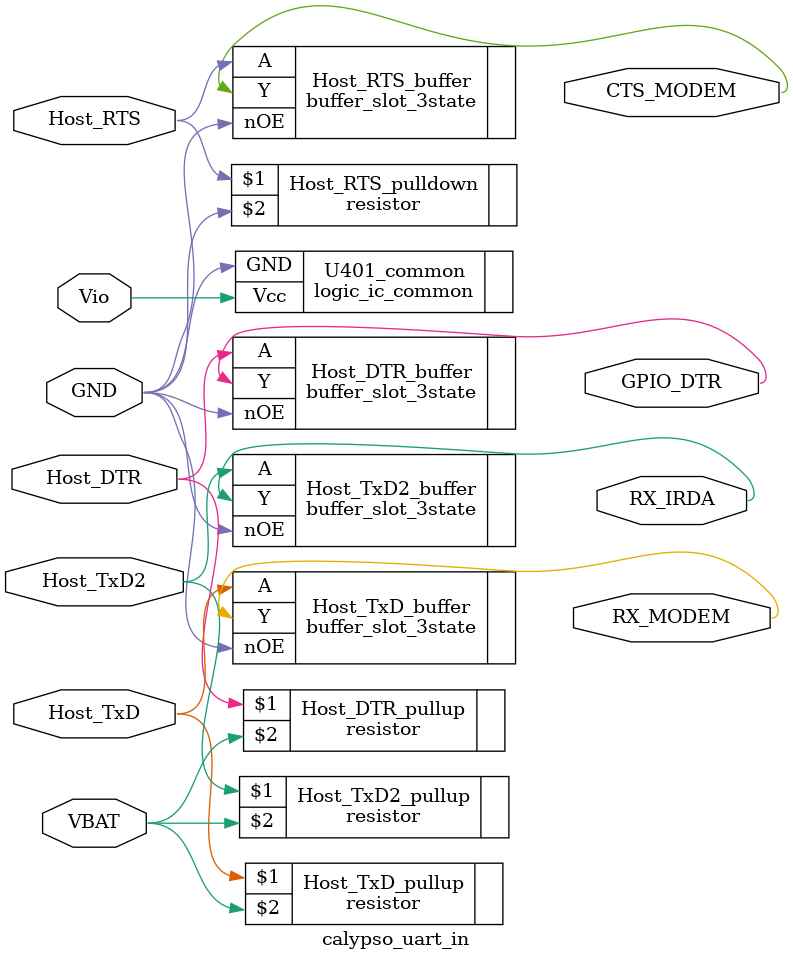
<source format=v>
/*
 * This module encapsulates the mobile power domain buffers
 * in front of Calypso UART inputs.
 */

module calypso_uart_in (GND, VBAT, Vio,
			Host_TxD, Host_RTS, Host_DTR, Host_TxD2,
			RX_MODEM, CTS_MODEM, GPIO_DTR, RX_IRDA);

input GND, VBAT, Vio;
input Host_TxD, Host_RTS, Host_DTR, Host_TxD2;
output RX_MODEM, CTS_MODEM, GPIO_DTR, RX_IRDA;

/* U401 buffer common part */
logic_ic_common U401_common (.Vcc(Vio), .GND(GND));

/* buffer slots */
buffer_slot_3state Host_TxD_buffer  (.A(Host_TxD),  .nOE(GND), .Y(RX_MODEM));
buffer_slot_3state Host_RTS_buffer  (.A(Host_RTS),  .nOE(GND), .Y(CTS_MODEM));
buffer_slot_3state Host_DTR_buffer  (.A(Host_DTR),  .nOE(GND), .Y(GPIO_DTR));
buffer_slot_3state Host_TxD2_buffer (.A(Host_TxD2), .nOE(GND), .Y(RX_IRDA));

/* pull-ups to VBAT */
resistor Host_TxD_pullup  (Host_TxD,  VBAT);
resistor Host_DTR_pullup  (Host_DTR,  VBAT);
resistor Host_TxD2_pullup (Host_TxD2, VBAT);

/* pull-down to GND */
resistor Host_RTS_pulldown (Host_RTS, GND);

endmodule

</source>
